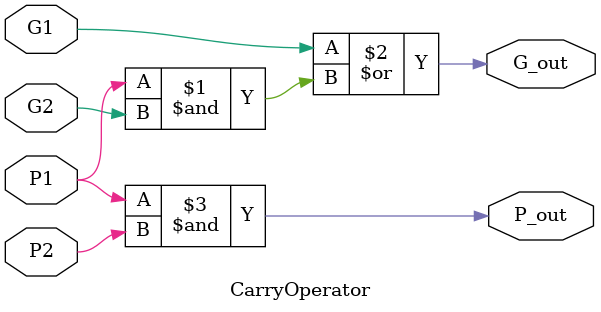
<source format=v>
module GenericBrentKungAdder #(parameter WIDTH = 64) (
    input [WIDTH-1:0] A, B,
    output [WIDTH-1:0] Sum,
    output Cout
);
    localparam STAGES = $clog2(WIDTH); // Calculate number of stages required

    wire [WIDTH-1:0] G, P, C;
    wire [WIDTH-1:0] G_stage[STAGES:0], P_stage[STAGES:0];

    // Generate and Propagate Signals
    assign G = A & B;
    assign P = A ^ B;

    // Initialize first stage
    assign G_stage[0] = G;
    assign P_stage[0] = P;

    // Brent-Kung Prefix Network
    generate
        genvar i, stage;
        for (stage = 0; stage < STAGES; stage = stage + 1) begin : prefix_stages
            for (i = 0; i < WIDTH >> (stage + 1); i = i + 1) begin : stage_logic
                CarryOperator co (
                    .G1(G_stage[stage][2*i]),
                    .P1(P_stage[stage][2*i]),
                    .G2(G_stage[stage][2*i+1]),
                    .P2(P_stage[stage][2*i+1]),
                    .G_out(G_stage[stage+1][i]),
                    .P_out(P_stage[stage+1][i])
                );
            end
        end
    endgenerate

    // Final carry generation
    assign C[0] = 0;
    assign C[WIDTH-1:1] = G_stage[STAGES][0:WIDTH-2] | (P_stage[STAGES][0:WIDTH-2] & C[WIDTH-2:0]);

    // Compute Sum and Carry-Out
    assign Sum = P ^ C;
    assign Cout = G_stage[STAGES][0] | (P_stage[STAGES][0] & C[WIDTH-1]);

endmodule

module CarryOperator (
    input G1, P1, G2, P2,
    output G_out, P_out
);
    assign G_out = G1 | (P1 & G2);
    assign P_out = P1 & P2;
endmodule


</source>
